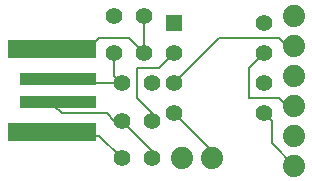
<source format=gtl>
G04 (created by PCBNEW-RS274X (2012-apr-16-27)-stable) date Tue 13 Aug 2013 10:34:46 AM IST*
G01*
G70*
G90*
%MOIN*%
G04 Gerber Fmt 3.4, Leading zero omitted, Abs format*
%FSLAX34Y34*%
G04 APERTURE LIST*
%ADD10C,0.006000*%
%ADD11R,0.295200X0.059000*%
%ADD12R,0.255900X0.039300*%
%ADD13C,0.074000*%
%ADD14C,0.055000*%
%ADD15R,0.055000X0.055000*%
%ADD16C,0.008000*%
G04 APERTURE END LIST*
G54D10*
G54D11*
X38422Y-42127D03*
X38422Y-39373D03*
G54D12*
X38618Y-41143D03*
X38618Y-40357D03*
G54D13*
X46500Y-43250D03*
X46500Y-42250D03*
X46500Y-41250D03*
X46500Y-40250D03*
X46500Y-39250D03*
X46500Y-38250D03*
X42750Y-43000D03*
X43750Y-43000D03*
G54D14*
X41500Y-38250D03*
X40500Y-38250D03*
X41500Y-39500D03*
X40500Y-39500D03*
X40750Y-43000D03*
X41750Y-43000D03*
X40750Y-41750D03*
X41750Y-41750D03*
X40750Y-40500D03*
X41750Y-40500D03*
G54D15*
X42500Y-38500D03*
G54D14*
X42500Y-39500D03*
X42500Y-40500D03*
X42500Y-41500D03*
X45500Y-41500D03*
X45500Y-40500D03*
X45500Y-39500D03*
X45500Y-38500D03*
G54D16*
X40000Y-42250D02*
X40750Y-43000D01*
X38500Y-42250D02*
X40000Y-42250D01*
X38422Y-42127D02*
X38500Y-42250D01*
X40750Y-40500D02*
X38750Y-40500D01*
X40750Y-40500D02*
X40500Y-40250D01*
X38500Y-40250D02*
X38618Y-40357D01*
X38750Y-40500D02*
X38500Y-40250D01*
X40500Y-40250D02*
X40500Y-39500D01*
X38500Y-41250D02*
X38618Y-41143D01*
X38750Y-41500D02*
X38500Y-41250D01*
X40250Y-41500D02*
X38750Y-41500D01*
X40500Y-41750D02*
X40250Y-41500D01*
X40750Y-41750D02*
X40500Y-41750D01*
X41750Y-42750D02*
X41750Y-43000D01*
X40750Y-41750D02*
X41750Y-42750D01*
X39750Y-39250D02*
X40000Y-39000D01*
X40000Y-39000D02*
X41000Y-39000D01*
X42500Y-41500D02*
X43750Y-42750D01*
X38422Y-39373D02*
X38500Y-39250D01*
X38500Y-39250D02*
X39750Y-39250D01*
X43750Y-42750D02*
X43750Y-43000D01*
X41000Y-39000D02*
X41500Y-39500D01*
X41500Y-39500D02*
X41500Y-38250D01*
X45500Y-41500D02*
X45750Y-41750D01*
X45750Y-41750D02*
X45750Y-42500D01*
X45750Y-42500D02*
X46500Y-43250D01*
X46250Y-41250D02*
X46000Y-41000D01*
X45000Y-40000D02*
X45500Y-39500D01*
X46500Y-41250D02*
X46250Y-41250D01*
X46000Y-41000D02*
X45000Y-41000D01*
X45000Y-41000D02*
X45000Y-40000D01*
X44000Y-39000D02*
X42500Y-40500D01*
X46000Y-39000D02*
X44000Y-39000D01*
X46500Y-39250D02*
X46250Y-39250D01*
X46250Y-39250D02*
X46000Y-39000D01*
X42500Y-39500D02*
X42000Y-40000D01*
X42000Y-40000D02*
X41250Y-40000D01*
X41250Y-40000D02*
X41250Y-41000D01*
X41250Y-41000D02*
X41750Y-41500D01*
X41750Y-41500D02*
X41750Y-41750D01*
M02*

</source>
